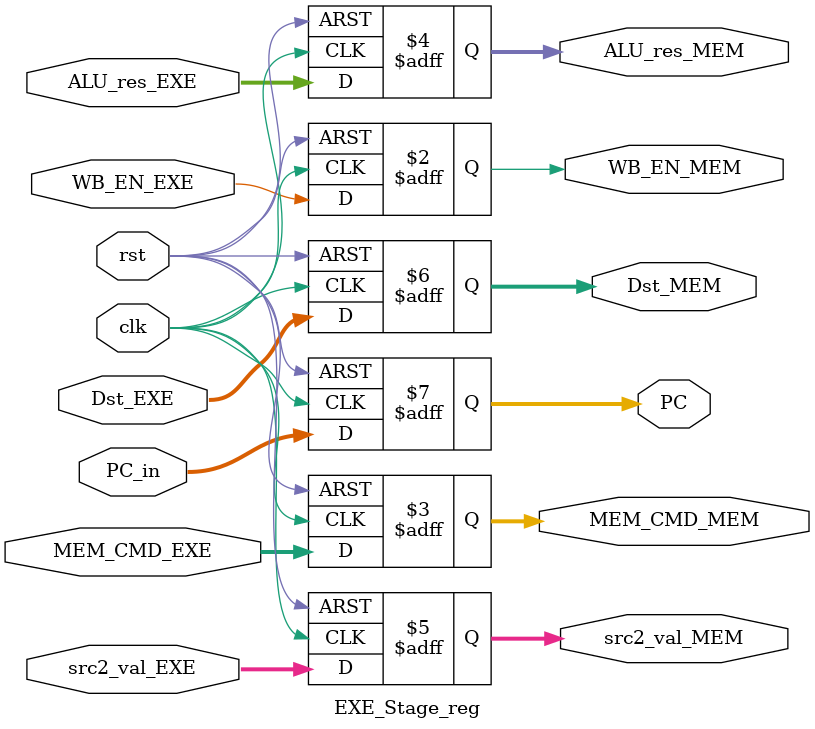
<source format=v>
module EXE_Stage_reg
	(
		input clk,
		input rst,
		input [31:0] PC_in,
		// From Exe
		input WB_EN_EXE,
		input [1:0] MEM_CMD_EXE,
		input [31:0] ALU_res_EXE,
		input [31:0] src2_val_EXE,
		input [4:0] Dst_EXE,
		// To MEM
		output reg WB_EN_MEM,
		output reg [1:0] MEM_CMD_MEM,
		output reg [31:0] ALU_res_MEM,
		output reg [31:0] src2_val_MEM,
		output reg [4:0] Dst_MEM,
		output reg [31:0] PC
	);
	always@(posedge clk , posedge rst) 
	begin 
		if(rst)
		begin
			PC <= 31'b0;
			WB_EN_MEM <= 1'b0;
			MEM_CMD_MEM <= 2'b0;
			ALU_res_MEM <= 32'b0;
			src2_val_MEM <= 32'b0;
			Dst_MEM <= 5'b0;
		end	
		else
		begin
			PC<= PC_in;
			WB_EN_MEM <= WB_EN_EXE;
			MEM_CMD_MEM <= MEM_CMD_EXE;
			ALU_res_MEM <= ALU_res_EXE;
			src2_val_MEM <= src2_val_EXE;
			Dst_MEM <= Dst_EXE;
		end
	end

endmodule // EXE_Stage_reg
</source>
